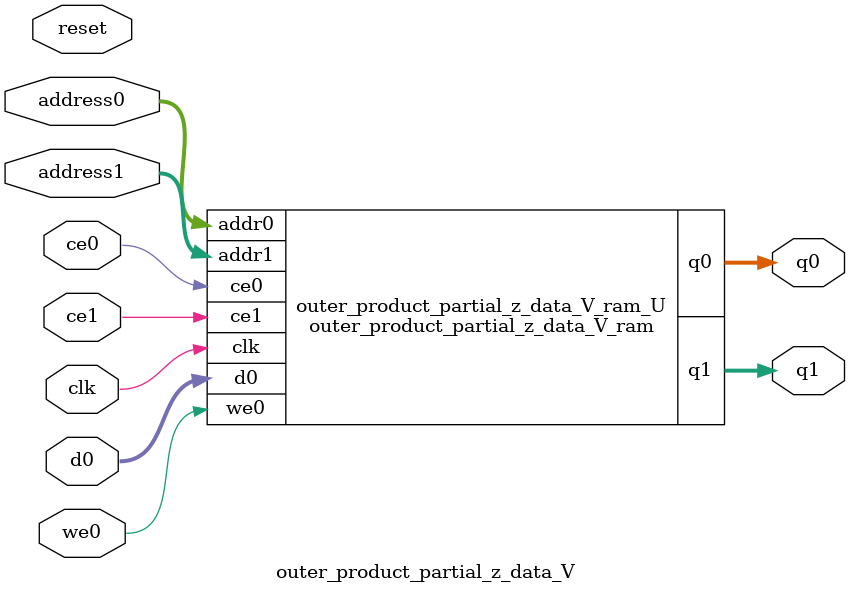
<source format=v>
`timescale 1 ns / 1 ps
module outer_product_partial_z_data_V_ram (addr0, ce0, d0, we0, q0, addr1, ce1, q1,  clk);

parameter DWIDTH = 32;
parameter AWIDTH = 5;
parameter MEM_SIZE = 20;

input[AWIDTH-1:0] addr0;
input ce0;
input[DWIDTH-1:0] d0;
input we0;
output reg[DWIDTH-1:0] q0;
input[AWIDTH-1:0] addr1;
input ce1;
output reg[DWIDTH-1:0] q1;
input clk;

(* ram_style = "distributed" *)reg [DWIDTH-1:0] ram[0:MEM_SIZE-1];




always @(posedge clk)  
begin 
    if (ce0) 
    begin
        if (we0) 
        begin 
            ram[addr0] <= d0; 
        end 
        q0 <= ram[addr0];
    end
end


always @(posedge clk)  
begin 
    if (ce1) 
    begin
        q1 <= ram[addr1];
    end
end


endmodule

`timescale 1 ns / 1 ps
module outer_product_partial_z_data_V(
    reset,
    clk,
    address0,
    ce0,
    we0,
    d0,
    q0,
    address1,
    ce1,
    q1);

parameter DataWidth = 32'd32;
parameter AddressRange = 32'd20;
parameter AddressWidth = 32'd5;
input reset;
input clk;
input[AddressWidth - 1:0] address0;
input ce0;
input we0;
input[DataWidth - 1:0] d0;
output[DataWidth - 1:0] q0;
input[AddressWidth - 1:0] address1;
input ce1;
output[DataWidth - 1:0] q1;



outer_product_partial_z_data_V_ram outer_product_partial_z_data_V_ram_U(
    .clk( clk ),
    .addr0( address0 ),
    .ce0( ce0 ),
    .we0( we0 ),
    .d0( d0 ),
    .q0( q0 ),
    .addr1( address1 ),
    .ce1( ce1 ),
    .q1( q1 ));

endmodule


</source>
